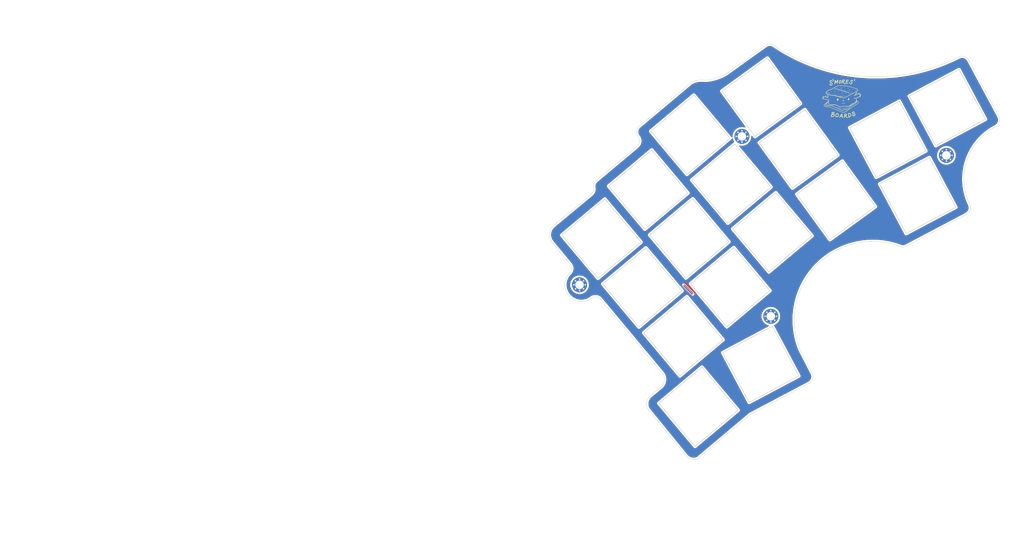
<source format=kicad_pcb>
(kicad_pcb (version 20211014) (generator pcbnew)
  (layers (0 "F.Cu" signal) (31 "B.Cu" signal) (34 "B.Paste" user) (35 "F.Paste" user) (36 "B.SilkS" user "B.Silkscreen") (37 "F.SilkS" user "F.Silkscreen") (38 "B.Mask" user) (39 "F.Mask" user) (44 "Edge.Cuts" user))
  (net 0 "")
  (net 1 "gnd")
  (footprint "footprints:switch-cutout" (layer "F.Cu") (at 206.981646 59.976029 40)
    (fp_text reference "SW18" hide)
    (fp_text value "SW_Push" hide)
    (fp_line (start -7.5 -7.5) (end 7.5 -7.5) (layer "Edge.Cuts") (width 0.15))
    (fp_line (start -7.5 7.5) (end -7.5 -7.5) (layer "Edge.Cuts") (width 0.15))
    (fp_line (start 7.5 -7.5) (end 7.5 7.5) (layer "Edge.Cuts") (width 0.15))
    (fp_line (start 7.5 7.5) (end -7.5 7.5) (layer "Edge.Cuts") (width 0.15))
  )
  (footprint "footprints:switch-cutout" (layer "F.Cu") (at 217.909035 72.998784 40)
    (fp_text reference "SW28" hide)
    (fp_text value "SW_Push" hide)
    (fp_line (start 7.5 -7.5) (end 7.5 7.5) (layer "Edge.Cuts") (width 0.15))
    (fp_line (start 7.5 7.5) (end -7.5 7.5) (layer "Edge.Cuts") (width 0.15))
    (fp_line (start -7.5 7.5) (end -7.5 -7.5) (layer "Edge.Cuts") (width 0.15))
    (fp_line (start -7.5 -7.5) (end 7.5 -7.5) (layer "Edge.Cuts") (width 0.15))
  )
  (footprint "footprints:switch-cutout" (layer "F.Cu") (at 172.333382 74.689894 40)
    (fp_text reference "SW6" hide)
    (fp_text value "SW_Push" hide)
    (fp_line (start 7.5 7.5) (end -7.5 7.5) (layer "Edge.Cuts") (width 0.15))
    (fp_line (start -7.5 7.5) (end -7.5 -7.5) (layer "Edge.Cuts") (width 0.15))
    (fp_line (start 7.5 -7.5) (end 7.5 7.5) (layer "Edge.Cuts") (width 0.15))
    (fp_line (start -7.5 -7.5) (end 7.5 -7.5) (layer "Edge.Cuts") (width 0.15))
  )
  (footprint "footprints:m2-hole" (layer "F.Cu") (at 217.5 95.4)
    (fp_text reference "Ref**" hide)
    (fp_text value "Val**" hide)
    (pad "1" thru_hole circle (at 0 1.5) (size 0.5 0.5) (drill 0.4) (layers *.Cu *.Mask))
    (pad "1" thru_hole circle (at 1.5 0) (size 0.5 0.5) (drill 0.4) (layers *.Cu *.Mask))
    (pad "1" thru_hole circle (at 1.06 -1.06) (size 0.5 0.5) (drill 0.4) (layers *.Cu *.Mask))
    (pad "1" thru_hole circle (at 0 -1.5) (size 0.5 0.5) (drill 0.4) (layers *.Cu *.Mask))
    (pad "1" thru_hole circle (at -1.5 0) (size 0.5 0.5) (drill 0.4) (layers *.Cu *.Mask))
    (pad "1" thru_hole circle (at -1.06 -1.06) (size 0.5 0.5) (drill 0.4) (layers *.Cu *.Mask))
    (pad "1" thru_hole circle (at -1.06 1.06) (size 0.5 0.5) (drill 0.4) (layers *.Cu *.Mask))
    (pad "1" thru_hole circle (at 0 0) (size 4 4) (drill 2.3) (layers *.Cu *.Mask))
    (pad "1" thru_hole circle (at 1.06 1.06) (size 0.5 0.5) (drill 0.4) (layers *.Cu *.Mask))
  )
  (footprint "footprints:switch-cutout" (layer "F.Cu") (at 198.22115 119.543249 40)
    (fp_text reference "SW33" hide)
    (fp_text value "SW_Push" hide)
    (fp_line (start -7.5 -7.5) (end 7.5 -7.5) (layer "Edge.Cuts") (width 0.15))
    (fp_line (start -7.5 7.5) (end -7.5 -7.5) (layer "Edge.Cuts") (width 0.15))
    (fp_line (start 7.5 7.5) (end -7.5 7.5) (layer "Edge.Cuts") (width 0.15))
    (fp_line (start 7.5 -7.5) (end 7.5 7.5) (layer "Edge.Cuts") (width 0.15))
  )
  (footprint "footprints:switch-cutout" (layer "F.Cu") (at 214.924425 36.971232 36)
    (fp_text reference "SW9" hide)
    (fp_text value "SW_Push" hide)
    (fp_line (start -7.5 7.5) (end -7.5 -7.5) (layer "Edge.Cuts") (width 0.15))
    (fp_line (start -7.5 -7.5) (end 7.5 -7.5) (layer "Edge.Cuts") (width 0.15))
    (fp_line (start 7.5 7.5) (end -7.5 7.5) (layer "Edge.Cuts") (width 0.15))
    (fp_line (start 7.5 -7.5) (end 7.5 7.5) (layer "Edge.Cuts") (width 0.15))
  )
  (footprint "footprints:switch-cutout" (layer "F.Cu") (at 264.583178 39.727006 28)
    (fp_text reference "SW10" hide)
    (fp_text value "SW_Push" hide)
    (fp_line (start 7.5 -7.5) (end 7.5 7.5) (layer "Edge.Cuts") (width 0.15))
    (fp_line (start 7.5 7.5) (end -7.5 7.5) (layer "Edge.Cuts") (width 0.15))
    (fp_line (start -7.5 -7.5) (end 7.5 -7.5) (layer "Edge.Cuts") (width 0.15))
    (fp_line (start -7.5 7.5) (end -7.5 -7.5) (layer "Edge.Cuts") (width 0.15))
  )
  (footprint "footprints:switch-cutout" (layer "F.Cu") (at 234.909123 64.477809 36)
    (fp_text reference "SW29" hide)
    (fp_text value "SW_Push" hide)
    (fp_line (start 7.5 -7.5) (end 7.5 7.5) (layer "Edge.Cuts") (width 0.15))
    (fp_line (start -7.5 7.5) (end -7.5 -7.5) (layer "Edge.Cuts") (width 0.15))
    (fp_line (start 7.5 7.5) (end -7.5 7.5) (layer "Edge.Cuts") (width 0.15))
    (fp_line (start -7.5 -7.5) (end 7.5 -7.5) (layer "Edge.Cuts") (width 0.15))
  )
  (footprint "footprints:switch-cutout" (layer "F.Cu") (at 183.260772 87.712649 40)
    (fp_text reference "SW16" hide)
    (fp_text value "SW_Push" hide)
    (fp_line (start 7.5 -7.5) (end 7.5 7.5) (layer "Edge.Cuts") (width 0.15))
    (fp_line (start -7.5 7.5) (end -7.5 -7.5) (layer "Edge.Cuts") (width 0.15))
    (fp_line (start -7.5 -7.5) (end 7.5 -7.5) (layer "Edge.Cuts") (width 0.15))
    (fp_line (start 7.5 7.5) (end -7.5 7.5) (layer "Edge.Cuts") (width 0.15))
  )
  (footprint "footprints:switch-cutout" (layer "F.Cu") (at 224.916774 50.724521 36)
    (fp_text reference "SW19" hide)
    (fp_text value "SW_Push" hide)
    (fp_line (start -7.5 7.5) (end -7.5 -7.5) (layer "Edge.Cuts") (width 0.15))
    (fp_line (start 7.5 -7.5) (end 7.5 7.5) (layer "Edge.Cuts") (width 0.15))
    (fp_line (start -7.5 -7.5) (end 7.5 -7.5) (layer "Edge.Cuts") (width 0.15))
    (fp_line (start 7.5 7.5) (end -7.5 7.5) (layer "Edge.Cuts") (width 0.15))
  )
  (footprint "footprints:switch-cutout" (layer "F.Cu") (at 206.691386 87.633139 40)
    (fp_text reference "SW27" hide)
    (fp_text value "SW_Push" hide)
    (fp_line (start 7.5 -7.5) (end 7.5 7.5) (layer "Edge.Cuts") (width 0.15))
    (fp_line (start -7.5 -7.5) (end 7.5 -7.5) (layer "Edge.Cuts") (width 0.15))
    (fp_line (start -7.5 7.5) (end -7.5 -7.5) (layer "Edge.Cuts") (width 0.15))
    (fp_line (start 7.5 7.5) (end -7.5 7.5) (layer "Edge.Cuts") (width 0.15))
  )
  (footprint "footprints:switch-cutout" (layer "F.Cu") (at 214.827614 108.219586 28)
    (fp_text reference "SW34" hide)
    (fp_text value "SW_Push" hide)
    (fp_line (start -7.5 -7.5) (end 7.5 -7.5) (layer "Edge.Cuts") (width 0.15))
    (fp_line (start -7.5 7.5) (end -7.5 -7.5) (layer "Edge.Cuts") (width 0.15))
    (fp_line (start 7.5 7.5) (end -7.5 7.5) (layer "Edge.Cuts") (width 0.15))
    (fp_line (start 7.5 -7.5) (end 7.5 7.5) (layer "Edge.Cuts") (width 0.15))
  )
  (footprint "footprints:m2-hole" (layer "F.Cu") (at 209.8 47.4)
    (fp_text reference "Ref**" hide)
    (fp_text value "Val**" hide)
    (pad "1" thru_hole circle (at 0 -1.5) (size 0.5 0.5) (drill 0.4) (layers *.Cu *.Mask))
    (pad "1" thru_hole circle (at 1.5 0) (size 0.5 0.5) (drill 0.4) (layers *.Cu *.Mask))
    (pad "1" thru_hole circle (at 1.06 -1.06) (size 0.5 0.5) (drill 0.4) (layers *.Cu *.Mask))
    (pad "1" thru_hole circle (at 0 0) (size 4 4) (drill 2.3) (layers *.Cu *.Mask))
    (pad "1" thru_hole circle (at -1.06 1.06) (size 0.5 0.5) (drill 0.4) (layers *.Cu *.Mask))
    (pad "1" thru_hole circle (at 0 1.5) (size 0.5 0.5) (drill 0.4) (layers *.Cu *.Mask))
    (pad "1" thru_hole circle (at 1.06 1.06) (size 0.5 0.5) (drill 0.4) (layers *.Cu *.Mask))
    (pad "1" thru_hole circle (at -1.5 0) (size 0.5 0.5) (drill 0.4) (layers *.Cu *.Mask))
    (pad "1" thru_hole circle (at -1.06 -1.06) (size 0.5 0.5) (drill 0.4) (layers *.Cu *.Mask))
  )
  (footprint "footprints:switch-cutout" (layer "F.Cu") (at 195.763996 74.610384 40)
    (fp_text reference "SW17" hide)
    (fp_text value "SW_Push" hide)
    (fp_line (start 7.5 -7.5) (end 7.5 7.5) (layer "Edge.Cuts") (width 0.15))
    (fp_line (start -7.5 -7.5) (end 7.5 -7.5) (layer "Edge.Cuts") (width 0.15))
    (fp_line (start -7.5 7.5) (end -7.5 -7.5) (layer "Edge.Cuts") (width 0.15))
    (fp_line (start 7.5 7.5) (end -7.5 7.5) (layer "Edge.Cuts") (width 0.15))
  )
  (footprint "footprints:switch-cutout" (layer "F.Cu") (at 184.836607 61.587628 40)
    (fp_text reference "SW7" hide)
    (fp_text value "SW_Push" hide)
    (fp_line (start -7.5 -7.5) (end 7.5 -7.5) (layer "Edge.Cuts") (width 0.15))
    (fp_line (start 7.5 -7.5) (end 7.5 7.5) (layer "Edge.Cuts") (width 0.15))
    (fp_line (start -7.5 7.5) (end -7.5 -7.5) (layer "Edge.Cuts") (width 0.15))
    (fp_line (start 7.5 7.5) (end -7.5 7.5) (layer "Edge.Cuts") (width 0.15))
  )
  (footprint "art:smores" (layer "F.Cu") (at 236.184731 37.700659)
    (fp_text reference "G***" hide)
    (fp_text value "LOGO" hide)
  )
  (footprint "footprints:m2-hole" (layer "F.Cu") (at 166.5 87)
    (fp_text reference "Ref**" hide)
    (fp_text value "Val**" hide)
    (pad "1" thru_hole circle (at 1.5 0) (size 0.5 0.5) (drill 0.4) (layers *.Cu *.Mask))
    (pad "1" thru_hole circle (at 0 0) (size 4 4) (drill 2.3) (layers *.Cu *.Mask))
    (pad "1" thru_hole circle (at -1.5 0) (size 0.5 0.5) (drill 0.4) (layers *.Cu *.Mask))
    (pad "1" thru_hole circle (at -1.06 1.06) (size 0.5 0.5) (drill 0.4) (layers *.Cu *.Mask))
    (pad "1" thru_hole circle (at 0 -1.5) (size 0.5 0.5) (drill 0.4) (layers *.Cu *.Mask))
    (pad "1" thru_hole circle (at 0 1.5) (size 0.5 0.5) (drill 0.4) (layers *.Cu *.Mask))
    (pad "1" thru_hole circle (at -1.06 -1.06) (size 0.5 0.5) (drill 0.4) (layers *.Cu *.Mask))
    (pad "1" thru_hole circle (at 1.06 1.06) (size 0.5 0.5) (drill 0.4) (layers *.Cu *.Mask))
    (pad "1" thru_hole circle (at 1.06 -1.06) (size 0.5 0.5) (drill 0.4) (layers *.Cu *.Mask))
  )
  (footprint "footprints:switch-cutout" (layer "F.Cu") (at 248.690123 48.177494 28)
    (fp_text reference "SW20" hide)
    (fp_text value "SW_Push" hide)
    (fp_line (start -7.5 7.5) (end -7.5 -7.5) (layer "Edge.Cuts") (width 0.15))
    (fp_line (start 7.5 -7.5) (end 7.5 7.5) (layer "Edge.Cuts") (width 0.15))
    (fp_line (start -7.5 -7.5) (end 7.5 -7.5) (layer "Edge.Cuts") (width 0.15))
    (fp_line (start 7.5 7.5) (end -7.5 7.5) (layer "Edge.Cuts") (width 0.15))
  )
  (footprint "footprints:switch-cutout" (layer "F.Cu") (at 256.67114 63.187604 28)
    (fp_text reference "SW30" hide)
    (fp_text value "SW_Push" hide)
    (fp_line (start -7.5 -7.5) (end 7.5 -7.5) (layer "Edge.Cuts") (width 0.15))
    (fp_line (start 7.5 7.5) (end -7.5 7.5) (layer "Edge.Cuts") (width 0.15))
    (fp_line (start -7.5 7.5) (end -7.5 -7.5) (layer "Edge.Cuts") (width 0.15))
    (fp_line (start 7.5 -7.5) (end 7.5 7.5) (layer "Edge.Cuts") (width 0.15))
  )
  (footprint "footprints:switch-cutout" (layer "F.Cu") (at 196.054256 46.953273 40)
    (fp_text reference "SW8" hide)
    (fp_text value "SW_Push" hide)
    (fp_line (start -7.5 7.5) (end -7.5 -7.5) (layer "Edge.Cuts") (width 0.15))
    (fp_line (start 7.5 -7.5) (end 7.5 7.5) (layer "Edge.Cuts") (width 0.15))
    (fp_line (start -7.5 -7.5) (end 7.5 -7.5) (layer "Edge.Cuts") (width 0.15))
    (fp_line (start 7.5 7.5) (end -7.5 7.5) (layer "Edge.Cuts") (width 0.15))
  )
  (footprint "footprints:m2-hole" (layer "F.Cu") (at 264.31 52.46)
    (fp_text reference "Ref**" hide)
    (fp_text value "Val**" hide)
    (pad "1" thru_hole circle (at 1.5 0) (size 0.5 0.5) (drill 0.4) (layers *.Cu *.Mask))
    (pad "1" thru_hole circle (at 0 -1.5) (size 0.5 0.5) (drill 0.4) (layers *.Cu *.Mask))
    (pad "1" thru_hole circle (at -1.5 0) (size 0.5 0.5) (drill 0.4) (layers *.Cu *.Mask))
    (pad "1" thru_hole circle (at 0 1.5) (size 0.5 0.5) (drill 0.4) (layers *.Cu *.Mask))
    (pad "1" thru_hole circle (at 0 0) (size 4 4) (drill 2.3) (layers *.Cu *.Mask))
    (pad "1" thru_hole circle (at -1.06 1.06) (size 0.5 0.5) (drill 0.4) (layers *.Cu *.Mask))
    (pad "1" thru_hole circle (at 1.06 1.06) (size 0.5 0.5) (drill 0.4) (layers *.Cu *.Mask))
    (pad "1" thru_hole circle (at 1.06 -1.06) (size 0.5 0.5) (drill 0.4) (layers *.Cu *.Mask))
    (pad "1" thru_hole circle (at -1.06 -1.06) (size 0.5 0.5) (drill 0.4) (layers *.Cu *.Mask))
  )
  (footprint "footprints:switch-cutout" (layer "F.Cu") (at 194.188161 100.735405 40)
    (fp_text reference "SW26" hide)
    (fp_text value "SW_Push" hide)
    (fp_line (start -7.5 -7.5) (end 7.5 -7.5) (layer "Edge.Cuts") (width 0.15))
    (fp_line (start 7.5 -7.5) (end 7.5 7.5) (layer "Edge.Cuts") (width 0.15))
    (fp_line (start -7.5 7.5) (end -7.5 -7.5) (layer "Edge.Cuts") (width 0.15))
    (fp_line (start 7.5 7.5) (end -7.5 7.5) (layer "Edge.Cuts") (width 0.15))
  )
  (gr_line (start 172.249999 91) (end 188.475331 110.472202) (layer "Edge.Cuts") (width 0.1))
  (gr_arc (start 196.3 33.000001) (mid 198.104217 32.417671) (end 200 32.4) (layer "Edge.Cuts") (width 0.1))
  (gr_arc (start 169.521689 90.667912) (mid 170.962128 90.207236) (end 172.249999 91) (layer "Edge.Cuts") (width 0.1))
  (gr_arc (start 211.9 121.7) (mid 212.04566 121.59349) (end 212.2 121.5) (layer "Edge.Cuts") (width 0.1))
  (gr_line (start 181.891058 50.007614) (end 181.1 50.7) (layer "Edge.Cuts") (width 0.1))
  (gr_line (start 185 120.5) (end 195 132.75) (layer "Edge.Cuts") (width 0.1))
  (gr_arc (start 225.3 104.3) (mid 229.783093 81.691405) (end 252.323444 76.876918) (layer "Edge.Cuts") (width 0.1))
  (gr_arc (start 182.099999 47.400001) (mid 182.538017 48.747276) (end 181.891058 50.007614) (layer "Edge.Cuts") (width 0.1))
  (gr_line (start 225.3 104.3) (end 228.5 110.5) (layer "Edge.Cuts") (width 0.1))
  (gr_arc (start 253.6 76.7) (mid 252.976267 76.893408) (end 252.323444 76.876918) (layer "Edge.Cuts") (width 0.1))
  (gr_arc (start 185 120.5) (mid 184.421573 118.396447) (end 185.5 116.5) (layer "Edge.Cuts") (width 0.1))
  (gr_arc (start 170.3 61) (mid 170.414335 59.969065) (end 171.024705 59.130407) (layer "Edge.Cuts") (width 0.1))
  (gr_line (start 169.624251 62.861527) (end 159.6 71.2) (layer "Edge.Cuts") (width 0.1))
  (gr_arc (start 267.8 26.1) (mid 242.819312 31.389226) (end 218.6 23.3) (layer "Edge.Cuts") (width 0.1))
  (gr_line (start 216.3 23) (end 206 30.399999) (layer "Edge.Cuts") (width 0.1))
  (gr_arc (start 170.3 61) (mid 170.233243 62.029181) (end 169.624251 62.861527) (layer "Edge.Cuts") (width 0.1))
  (gr_arc (start 159.25 75.75) (mid 158.451108 73.400085) (end 159.6 71.2) (layer "Edge.Cuts") (width 0.1))
  (gr_arc (start 267.8 26.100001) (mid 269.187663 26.095501) (end 270.252354 26.985479) (layer "Edge.Cuts") (width 0.1))
  (gr_arc (start 188.475331 110.472202) (mid 189.152809 112.40823) (end 188.25 114.25) (layer "Edge.Cuts") (width 0.1))
  (gr_arc (start 270.4 65.3) (mid 270.646373 66.912208) (end 269.66956 68.218252) (layer "Edge.Cuts") (width 0.1))
  (gr_line (start 211.9 121.7) (end 198 133.4) (layer "Edge.Cuts") (width 0.1))
  (gr_line (start 182.472119 44.621296) (end 196.3 33) (layer "Edge.Cuts") (width 0.1))
  (gr_line (start 227.620869 113.341738) (end 212.2 121.5) (layer "Edge.Cuts") (width 0.1))
  (gr_arc (start 206 30.399999) (mid 203.133918 31.801754) (end 200 32.4) (layer "Edge.Cuts") (width 0.1))
  (gr_line (start 188.25 114.25) (end 185.5 116.5) (layer "Edge.Cuts") (width 0.1))
  (gr_arc (start 278.3 42) (mid 278.477692 43.573355) (end 277.486017 44.807698) (layer "Edge.Cuts") (width 0.1))
  (gr_arc (start 228.5 110.5) (mid 228.667143 112.108563) (end 227.620869 113.341738) (layer "Edge.Cuts") (width 0.1))
  (gr_arc (start 216.3 23) (mid 217.495854 22.79845) (end 218.6 23.3) (layer "Edge.Cuts") (width 0.1))
  (gr_arc (start 198 133.4) (mid 196.392517 133.571078) (end 195 132.75) (layer "Edge.Cuts") (width 0.1))
  (gr_line (start 269.66956 68.218252) (end 253.6 76.7) (layer "Edge.Cuts") (width 0.1))
  (gr_line (start 159.25 75.75) (end 164 81.5) (layer "Edge.Cuts") (width 0.1))
  (gr_arc (start 169.521689 90.667912) (mid 163.540955 89.778984) (end 164 83.75) (layer "Edge.Cuts") (width 0.1))
  (gr_line (start 171.024705 59.130407) (end 181.1 50.7) (layer "Edge.Cuts") (width 0.1))
  (gr_arc (start 164 81.5) (mid 164.413919 82.625) (end 164 83.75) (layer "Edge.Cuts") (width 0.1))
  (gr_arc (start 182.1 47.4) (mid 181.717696 45.934534) (end 182.472119 44.621296) (layer "Edge.Cuts") (width 0.1))
  (gr_arc (start 270.4 65.3) (mid 269.842653 53.63599) (end 277.486017 44.807698) (layer "Edge.Cuts") (width 0.1))
  (gr_line (start 270.252354 26.985479) (end 278.3 42) (layer "Edge.Cuts") (width 0.1))
  (segment (start 196.5 89.5) (end 194.25 87.25) (width 0.25) (layer "F.Cu") (net 0))
  (segment (start 194.5 87) (end 196.75 89.25) (width 0.25) (layer "B.Cu") (net 0))
  (zone (net 1) (net_name "gnd") (layer "F.Cu") (connect_pads (clearance 0.508)) (min_thickness 0.254) (fill yes (thermal_gap 0.508) (thermal_bridge_width 0.508) (island_removal_mode 2) (island_area_min 1))
    (polygon (pts (xy 284 154) (xy 13 154) (xy 12 12) (xy 284 12)))
  )
  (zone (net 1) (net_name "gnd") (layer "B.Cu") (connect_pads (clearance 0.508)) (min_thickness 0.254) (fill yes (thermal_gap 0.508) (thermal_bridge_width 0.508) (island_removal_mode 2) (island_area_min 1))
    (polygon (pts (xy 285 153) (xy 14 153) (xy 13 11) (xy 285 11)))
  )
)
</source>
